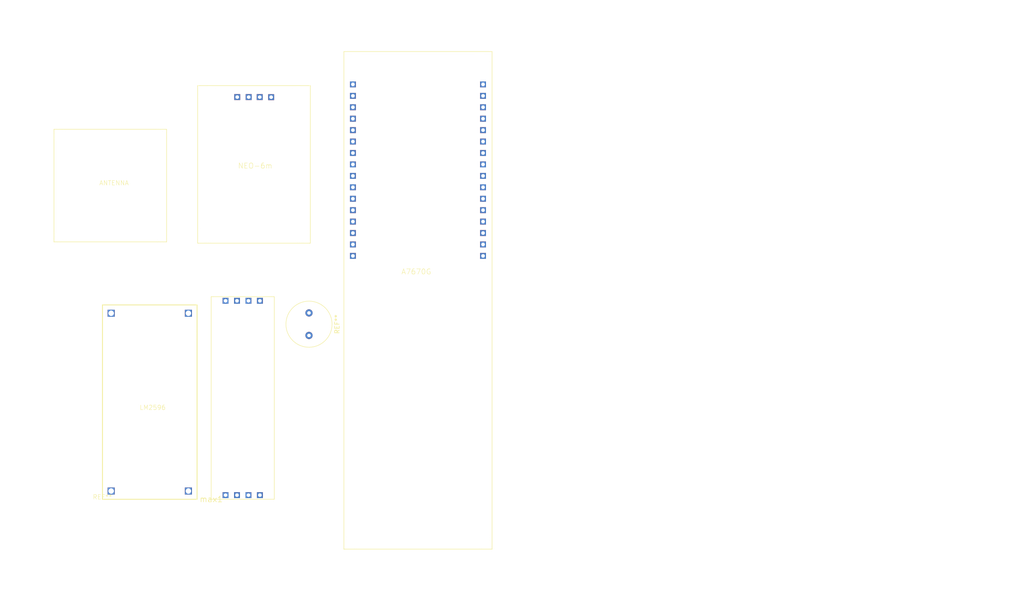
<source format=kicad_pcb>
(kicad_pcb (version 20241229) (generator "pcbnew") (generator_version "9.0")
  (layers (0 "F.Cu" signal) (2 "B.Cu" signal) (13 "F.Paste" user) (15 "B.Paste" user) (5 "F.SilkS" user "F.Silkscreen") (7 "B.SilkS" user "B.Silkscreen") (1 "F.Mask" user) (3 "B.Mask" user) (25 "Edge.Cuts" user))
  (net 0 "")
  (net 5 "Net-(A1-PadTXD)")
  (net 15 "Net-(A1-Pad33)")
  (net 27 "Net-(A1-PadRXD)")
  (net 28 "Net-(J1-Pin_1)")
  (net 33 "Net-(J2-Pin_1)")
  (net 34 "Net-(J3-Pin_1)")
  (net 35 "Net-(J4-Pin_1)")
  (footprint "LM2596:LM2596_breakout_board" (layer "F.Cu") (at 52.86 149.904)
    (property "Reference" "REF**" (at 0 -0.5 0) (layer "F.SilkS") (effects (font (thickness 0.1))))
    (property "Value" "LM2596_breakout_board")
    (fp_rect (start 0 -43.18) (end 21 0) (stroke (width 0.2)) (fill no) (layer "F.SilkS"))
    (fp_text user "LM2596" (at 8.2 -19.8 0) (layer "F.SilkS") (effects (font (thickness 0.1)) (justify left bottom)))
    (pad "" np_thru_hole circle (at 2.54 -6.604) (size 3.2 3.2) (drill 3.2) (layers "*.Cu" "*.Mask"))
    (pad "" np_thru_hole circle (at 18.9 -36.6) (size 3.2 3.2) (drill 3.2) (layers "*.Cu" "*.Mask"))
    (pad "IN+" thru_hole rect (at 1.9275 -1.8415) (size 1.563 1.563) (drill 1.2) (layers "*.Cu" "*.Mask"))
    (pad "IN-" thru_hole rect (at 19.0725 -1.8415) (size 1.563 1.563) (drill 1.2) (layers "*.Cu" "*.Mask"))
    (pad "OUT+" thru_hole rect (at 1.9275 -41.3385) (size 1.563 1.563) (drill 1.2) (layers "*.Cu" "*.Mask"))
    (pad "OUT-" thru_hole rect (at 19.0725 -41.3385) (size 1.563 1.563) (drill 1.2) (layers "*.Cu" "*.Mask"))
  )
  (footprint "Capacitor_THT:C_Radial_D10.0mm_H12.5mm_P5.00mm" (layer "F.Cu") (at 98.7 108.5 -90)
    (property "Reference" "REF**" (at 2.5 -6.25 90) (layer "F.SilkS"))
    (property "Value" "C_Radial_D10.0mm_H12.5mm_P5.00mm")
    (fp_circle (center 2.5 0) (end 7.62 0) (stroke (width 0.12)) (fill no) (layer "F.SilkS"))
    (pad "1" thru_hole circle (at 0 0 270) (size 1.6 1.6) (drill 0.8) (layers "*.Cu" "*.Mask"))
    (pad "2" thru_hole circle (at 5 0 270) (size 1.6 1.6) (drill 0.8) (layers "*.Cu" "*.Mask"))
  )
  (footprint "A7670_breakout_board:A7670G" (layer "F.Cu") (at 106.44825 160.97675)
    (property "Reference" "A1" (hide yes))
    (property "Value" "~" (hide yes))
    (fp_line (start 0 -110.54) (end 32.89 -110.54) (stroke (width 0.127)) (layer "F.SilkS"))
    (fp_line (start 0 0) (end 0 -110.54) (stroke (width 0.127)) (layer "F.SilkS"))
    (fp_line (start 0 0) (end 0 0) (stroke (width 0.127)) (layer "F.SilkS"))
    (fp_line (start 32.89 -110.54) (end 32.89 0) (stroke (width 0.127)) (layer "F.SilkS"))
    (fp_line (start 32.89 0) (end 0 0) (stroke (width 0.127)) (layer "F.SilkS"))
    (fp_text user "A7670G" (at 12.7 -60.96 0) (layer "F.SilkS") (effects (font (size 1.1684 1.1684) (thickness 0.1016)) (justify left bottom)))
    (pad "" np_thru_hole circle (at 2.59 -107.87) (size 3.2 3.2) (drill 3.2) (layers "*.Cu" "*.Mask"))
    (pad "" np_thru_hole circle (at 2.59 -2.29) (size 3.2 3.2) (drill 3.2) (layers "*.Cu" "*.Mask"))
    (pad "" np_thru_hole circle (at 30.3 -107.87) (size 3.2 3.2) (drill 3.2) (layers "*.Cu" "*.Mask"))
    (pad "" np_thru_hole circle (at 30.3 -2.29) (size 3.2 3.2) (drill 3.2) (layers "*.Cu" "*.Mask"))
    (pad "0" thru_hole rect (at 30.89 -72.77) (size 1.308 1.308) (drill 0.8) (layers "*.Cu" "*.Mask"))
    (pad "02" thru_hole rect (at 2 -77.85) (size 1.308 1.308) (drill 0.8) (layers "*.Cu" "*.Mask"))
    (pad "3V3_1" thru_hole rect (at 30.89 -98.17) (size 1.308 1.308) (drill 0.8) (layers "*.Cu" "*.Mask"))
    (pad "3V3_2" thru_hole rect (at 2 -103.25) (size 1.308 1.308) (drill 0.8) (layers "*.Cu" "*.Mask"))
    (pad "04" thru_hole rect (at 2 -80.39) (size 1.308 1.308) (drill 0.8) (layers "*.Cu" "*.Mask"))
    (pad "05" thru_hole rect (at 30.89 -80.39) (size 1.308 1.308) (drill 0.8) (layers "*.Cu" "*.Mask"))
    (pad "12" thru_hole rect (at 2 -67.69) (size 1.308 1.308) (drill 0.8) (layers "*.Cu" "*.Mask"))
    (pad "13" thru_hole rect (at 2 -70.23) (size 1.308 1.308) (drill 0.8) (layers "*.Cu" "*.Mask"))
    (pad "14" thru_hole rect (at 2 -72.77) (size 1.308 1.308) (drill 0.8) (layers "*.Cu" "*.Mask"))
    (pad "15" thru_hole rect (at 2 -75.31) (size 1.308 1.308) (drill 0.8) (layers "*.Cu" "*.Mask"))
    (pad "18" thru_hole rect (at 30.89 -82.93) (size 1.308 1.308) (drill 0.8) (layers "*.Cu" "*.Mask"))
    (pad "19" thru_hole rect (at 30.89 -85.47) (size 1.308 1.308) (drill 0.8) (layers "*.Cu" "*.Mask"))
    (pad "21" thru_hole rect (at 30.89 -90.55) (size 1.308 1.308) (drill 0.8) (layers "*.Cu" "*.Mask"))
    (pad "22" thru_hole rect (at 30.89 -93.09) (size 1.308 1.308) (drill 0.8) (layers "*.Cu" "*.Mask"))
    (pad "23" thru_hole rect (at 30.89 -88.01) (size 1.308 1.308) (drill 0.8) (layers "*.Cu" "*.Mask"))
    (pad "25" thru_hole rect (at 2 -88.01) (size 1.308 1.308) (drill 0.8) (layers "*.Cu" "*.Mask"))
    (pad "26" thru_hole rect (at 2 -85.47) (size 1.308 1.308) (drill 0.8) (layers "*.Cu" "*.Mask"))
    (pad "27" thru_hole rect (at 2 -82.93) (size 1.308 1.308) (drill 0.8) (layers "*.Cu" "*.Mask"))
    (pad "32" thru_hole rect (at 2 -98.17) (size 1.308 1.308) (drill 0.8) (layers "*.Cu" "*.Mask"))
    (pad "33" thru_hole rect (at 2 -95.63) (size 1.308 1.308) (drill 0.8) (layers "*.Cu" "*.Mask") (net 15 "Net-(A1-Pad33)"))
    (pad "34" thru_hole rect (at 2 -93.09) (size 1.308 1.308) (drill 0.8) (layers "*.Cu" "*.Mask"))
    (pad "35" thru_hole rect (at 2 -90.55) (size 1.308 1.308) (drill 0.8) (layers "*.Cu" "*.Mask"))
    (pad "36" thru_hole rect (at 30.89 -75.31) (size 1.308 1.308) (drill 0.8) (layers "*.Cu" "*.Mask"))
    (pad "39" thru_hole rect (at 30.89 -77.85) (size 1.308 1.308) (drill 0.8) (layers "*.Cu" "*.Mask"))
    (pad "GND1" thru_hole rect (at 30.89 -95.63) (size 1.308 1.308) (drill 0.8) (layers "*.Cu" "*.Mask"))
    (pad "GND2" thru_hole rect (at 30.89 -67.69) (size 1.308 1.308) (drill 0.8) (layers "*.Cu" "*.Mask"))
    (pad "GND3" thru_hole rect (at 2 -100.71) (size 1.308 1.308) (drill 0.8) (layers "*.Cu" "*.Mask"))
    (pad "RST" thru_hole rect (at 30.89 -70.23) (size 1.308 1.308) (drill 0.8) (layers "*.Cu" "*.Mask"))
    (pad "RXD" thru_hole rect (at 30.89 -100.71) (size 1.308 1.308) (drill 0.8) (layers "*.Cu" "*.Mask") (net 27 "Net-(A1-PadRXD)"))
    (pad "TXD" thru_hole rect (at 30.89 -103.25) (size 1.308 1.308) (drill 0.8) (layers "*.Cu" "*.Mask") (net 5 "Net-(A1-PadTXD)"))
    (pad "VBAT" thru_hole rect (at 2 -65.15) (size 1.308 1.308) (drill 0.8) (layers "*.Cu" "*.Mask") (net 28 "Net-(J1-Pin_1)"))
    (pad "VBUS" thru_hole rect (at 30.89 -65.15) (size 1.308 1.308) (drill 0.8) (layers "*.Cu" "*.Mask"))
  )
  (footprint "NEO-6m:ANTENNA" (layer "F.Cu") (at 42.09325 92.70675)
    (property "Reference" "antenna1" (hide yes))
    (property "Value" "~" (hide yes))
    (fp_line (start 0 -25) (end 0 0) (stroke (width 0.127)) (layer "F.SilkS"))
    (fp_line (start 0 0) (end 25 0) (stroke (width 0.127)) (layer "F.SilkS"))
    (fp_line (start 25 -25) (end 0 -25) (stroke (width 0.127)) (layer "F.SilkS"))
    (fp_line (start 25 0) (end 25 -25) (stroke (width 0.127)) (layer "F.SilkS"))
    (fp_text user "ANTENNA" (at 10 -12.5 0) (layer "F.SilkS") (effects (font (thickness 0.1)) (justify left bottom)))
    (pad "" np_thru_hole circle (at 1.354 -23.646) (size 2.2 2.2) (drill 2.2) (layers "*.Cu" "*.Mask"))
    (pad "" np_thru_hole circle (at 1.354 -1.354) (size 2.2 2.2) (drill 2.2) (layers "*.Cu" "*.Mask"))
    (pad "" np_thru_hole circle (at 23.646 -23.646) (size 2.2 2.2) (drill 2.2) (layers "*.Cu" "*.Mask"))
    (pad "" np_thru_hole circle (at 23.646 -1.354) (size 2.2 2.2) (drill 2.2) (layers "*.Cu" "*.Mask"))
  )
  (footprint "max485_breakout_board:max485" (layer "F.Cu") (at 76.99 149.89)
    (property "Reference" "max1" (at 0 0 0) (layer "F.SilkS") (effects (font (size 1.27 1.27))))
    (property "Value" "~")
    (fp_line (start 0 -45) (end 14 -45) (stroke (width 0.127)) (layer "F.SilkS"))
    (fp_line (start 0 0) (end 0 -45) (stroke (width 0.127)) (layer "F.SilkS"))
    (fp_line (start 14 -45) (end 14 0) (stroke (width 0.127)) (layer "F.SilkS"))
    (fp_line (start 14 0) (end 0 0) (stroke (width 0.127)) (layer "F.SilkS"))
    (fp_text user "max485" (at 4.27 -19.44 0) (layer "Edge.Cuts") (effects (font (size 1.1684 1.1684) (thickness 0.1016)) (justify left bottom)))
    (pad "A" thru_hole rect (at 5.73 -0.91) (size 1.308 1.308) (drill 0.8) (layers "*.Cu" "*.Mask") (net 35 "Net-(J4-Pin_1)"))
    (pad "B" thru_hole rect (at 8.27 -0.91) (size 1.308 1.308) (drill 0.8) (layers "*.Cu" "*.Mask") (net 34 "Net-(J3-Pin_1)"))
    (pad "DE" thru_hole rect (at 5.73 -44.09) (size 1.308 1.308) (drill 0.8) (layers "*.Cu" "*.Mask") (net 28 "Net-(J1-Pin_1)"))
    (pad "DI" thru_hole rect (at 3.19 -44.09) (size 1.308 1.308) (drill 0.8) (layers "*.Cu" "*.Mask") (net 15 "Net-(A1-Pad33)"))
    (pad "GND" thru_hole rect (at 3.19 -0.91) (size 1.308 1.308) (drill 0.8) (layers "*.Cu" "*.Mask") (net 33 "Net-(J2-Pin_1)"))
    (pad "R0" thru_hole rect (at 10.81 -44.09) (size 1.308 1.308) (drill 0.8) (layers "*.Cu" "*.Mask"))
    (pad "RE" thru_hole rect (at 8.27 -44.09) (size 1.308 1.308) (drill 0.8) (layers "*.Cu" "*.Mask") (net 28 "Net-(J1-Pin_1)"))
    (pad "VCC" thru_hole rect (at 10.81 -0.91) (size 1.308 1.308) (drill 0.8) (layers "*.Cu" "*.Mask") (net 28 "Net-(J1-Pin_1)"))
  )
  (footprint "NEO-6m:NEO-6m_breakout_board" (layer "F.Cu") (at 73.99325 93.00675)
    (property "Reference" "neo-6m1" (hide yes))
    (property "Value" "~" (hide yes))
    (fp_line (start 0 -35) (end 25 -35) (stroke (width 0.127)) (layer "F.SilkS"))
    (fp_line (start 0 0) (end 0 -35) (stroke (width 0.127)) (layer "F.SilkS"))
    (fp_line (start 25 -35) (end 25 0) (stroke (width 0.127)) (layer "F.SilkS"))
    (fp_line (start 25 0) (end 0 0) (stroke (width 0.127)) (layer "F.SilkS"))
    (fp_text user "NEO-6m" (at 8.89 -16.51 0) (layer "F.SilkS") (effects (font (size 1.1684 1.1684) (thickness 0.1016)) (justify left bottom)))
    (pad "" np_thru_hole circle (at 2.2 -32.8) (size 3.2 3.2) (drill 3.2) (layers "*.Cu" "*.Mask"))
    (pad "" np_thru_hole circle (at 2.2 -2.2) (size 3.2 3.2) (drill 3.2) (layers "*.Cu" "*.Mask"))
    (pad "" np_thru_hole circle (at 22.8 -32.8) (size 3.2 3.2) (drill 3.2) (layers "*.Cu" "*.Mask"))
    (pad "" np_thru_hole circle (at 22.8 -2.2) (size 3.2 3.2) (drill 3.2) (layers "*.Cu" "*.Mask"))
    (pad "GND" thru_hole rect (at 16.31 -32.44) (size 1.308 1.308) (drill 0.8) (layers "*.Cu" "*.Mask") (net 33 "Net-(J2-Pin_1)"))
    (pad "RX" thru_hole rect (at 11.32 -32.46) (size 1.308 1.308) (drill 0.8) (layers "*.Cu" "*.Mask") (net 5 "Net-(A1-PadTXD)"))
    (pad "TX" thru_hole rect (at 13.77 -32.46) (size 1.308 1.308) (drill 0.8) (layers "*.Cu" "*.Mask") (net 27 "Net-(A1-PadRXD)"))
    (pad "VCC" thru_hole rect (at 8.78 -32.46) (size 1.308 1.308) (drill 0.8) (layers "*.Cu" "*.Mask") (net 28 "Net-(J1-Pin_1)"))
  )
)
</source>
